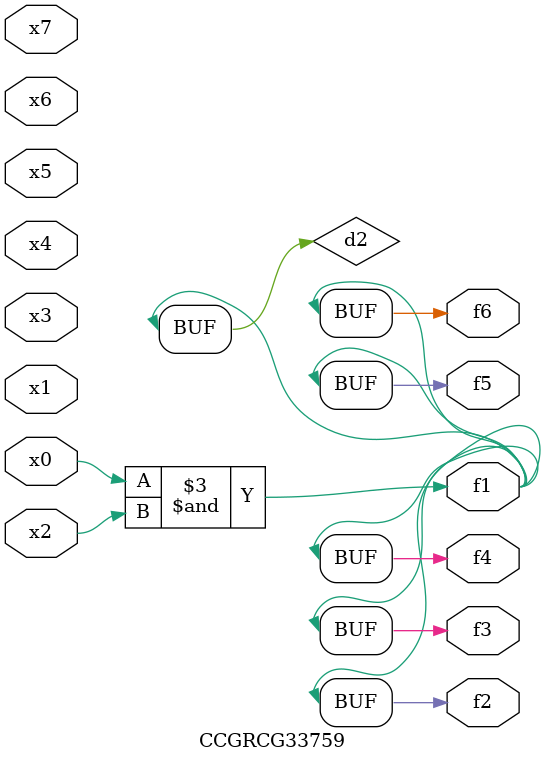
<source format=v>
module CCGRCG33759(
	input x0, x1, x2, x3, x4, x5, x6, x7,
	output f1, f2, f3, f4, f5, f6
);

	wire d1, d2;

	nor (d1, x3, x6);
	and (d2, x0, x2);
	assign f1 = d2;
	assign f2 = d2;
	assign f3 = d2;
	assign f4 = d2;
	assign f5 = d2;
	assign f6 = d2;
endmodule

</source>
